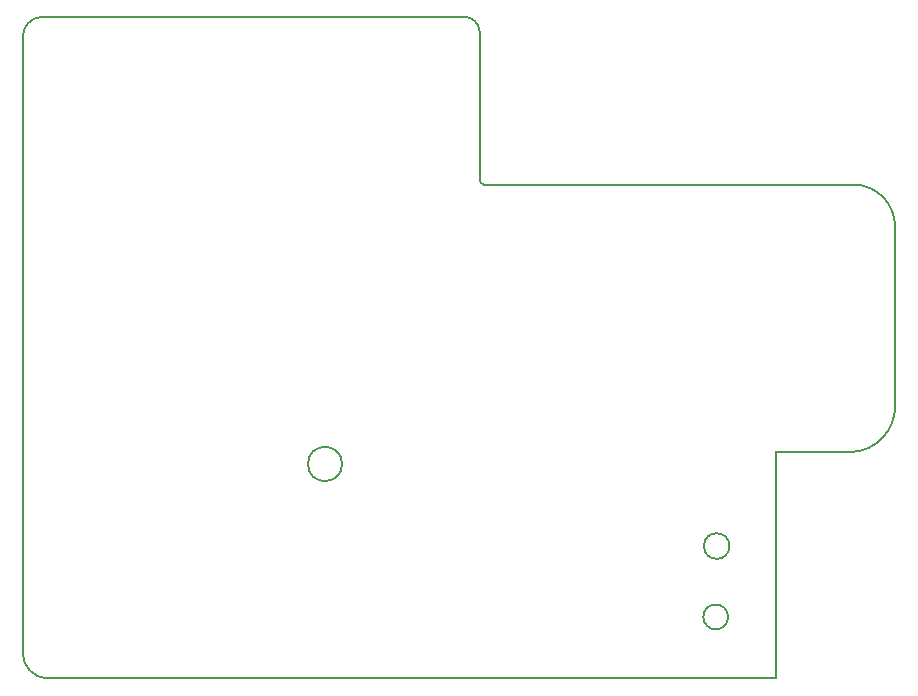
<source format=gbr>
G04 (created by PCBNEW (2013-08-20 BZR 4294)-product) date 9/16/2013 9:24:49 PM*
%MOIN*%
G04 Gerber Fmt 3.4, Leading zero omitted, Abs format*
%FSLAX34Y34*%
G01*
G70*
G90*
G04 APERTURE LIST*
%ADD10C,0.001000*%
%ADD11C,0.005906*%
G04 APERTURE END LIST*
G54D10*
G54D11*
X88010Y-63716D02*
G75*
G03X88010Y-63716I-411J0D01*
G74*
G01*
X88057Y-61354D02*
G75*
G03X88057Y-61354I-427J0D01*
G74*
G01*
X75144Y-58619D02*
G75*
G03X75144Y-58619I-570J0D01*
G74*
G01*
X79730Y-49120D02*
X79730Y-44210D01*
X79220Y-43715D02*
X65150Y-43715D01*
X79730Y-44215D02*
G75*
G03X79220Y-43715I-505J-5D01*
G74*
G01*
X64500Y-44405D02*
X64500Y-64880D01*
X65135Y-43715D02*
G75*
G03X64500Y-44400I25J-660D01*
G74*
G01*
X89620Y-65765D02*
X65280Y-65765D01*
X64500Y-64875D02*
G75*
G03X65315Y-65770I855J-40D01*
G74*
G01*
X93575Y-56645D02*
X93575Y-50710D01*
X92125Y-58220D02*
X89620Y-58220D01*
X92125Y-58220D02*
G75*
G03X93575Y-56640I-65J1515D01*
G74*
G01*
X92215Y-49310D02*
X79890Y-49310D01*
X93575Y-50715D02*
G75*
G03X92205Y-49305I-1390J20D01*
G74*
G01*
X79730Y-49130D02*
G75*
G03X79900Y-49310I175J-5D01*
G74*
G01*
X89620Y-65760D02*
X89620Y-58200D01*
M02*

</source>
